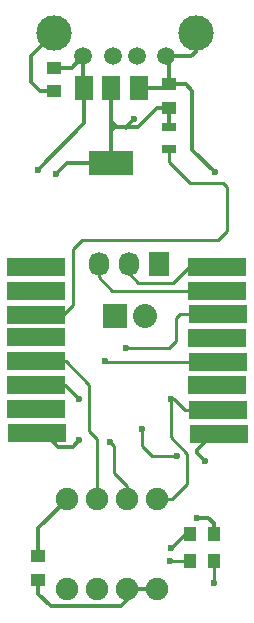
<source format=gbr>
G04 #@! TF.FileFunction,Copper,L1,Top,Signal*
%FSLAX46Y46*%
G04 Gerber Fmt 4.6, Leading zero omitted, Abs format (unit mm)*
G04 Created by KiCad (PCBNEW 4.0.4-stable) date 12/16/16 21:33:44*
%MOMM*%
%LPD*%
G01*
G04 APERTURE LIST*
%ADD10C,0.100000*%
%ADD11C,1.501140*%
%ADD12C,2.999740*%
%ADD13R,3.800000X2.000000*%
%ADD14R,1.500000X2.000000*%
%ADD15R,1.250000X1.000000*%
%ADD16C,1.905000*%
%ADD17R,1.000000X1.250000*%
%ADD18R,2.032000X2.032000*%
%ADD19O,2.032000X2.032000*%
%ADD20R,1.727200X2.032000*%
%ADD21O,1.727200X2.032000*%
%ADD22R,1.300000X0.700000*%
%ADD23R,5.000000X1.500000*%
%ADD24C,0.600000*%
%ADD25C,0.300000*%
%ADD26C,0.250000*%
G04 APERTURE END LIST*
D10*
D11*
X154300000Y-59400000D03*
X151800000Y-59400000D03*
X149800000Y-59400000D03*
X147300000Y-59400000D03*
D12*
X156800000Y-57400000D03*
X144800000Y-57400000D03*
D13*
X149675000Y-68400000D03*
D14*
X149675000Y-62100000D03*
X147375000Y-62100000D03*
X151975000Y-62100000D03*
D15*
X144775000Y-60375000D03*
X144775000Y-62375000D03*
D16*
X145890000Y-104485000D03*
X148430000Y-104485000D03*
X150970000Y-104485000D03*
X153510000Y-104485000D03*
X153510000Y-96865000D03*
X150970000Y-96865000D03*
X148430000Y-96865000D03*
X145890000Y-96865000D03*
D17*
X156340000Y-102120000D03*
X158340000Y-102120000D03*
D15*
X154575000Y-63750000D03*
X154575000Y-61750000D03*
D17*
X158320000Y-99870000D03*
X156320000Y-99870000D03*
D15*
X143450000Y-103725000D03*
X143450000Y-101725000D03*
D18*
X149980000Y-81400000D03*
D19*
X152520000Y-81400000D03*
D20*
X153660000Y-76960000D03*
D21*
X151120000Y-76960000D03*
X148580000Y-76960000D03*
D22*
X154575000Y-67275000D03*
X154575000Y-65375000D03*
D23*
X158777000Y-91347400D03*
X158726200Y-89315400D03*
X158650000Y-87232600D03*
X158675400Y-85251400D03*
X158650000Y-83219400D03*
X158675400Y-81238200D03*
X158650000Y-79231600D03*
X143338900Y-91309300D03*
X143262700Y-89226500D03*
X143262700Y-87245300D03*
X143250000Y-85226000D03*
X143250000Y-83194000D03*
X143250000Y-81289000D03*
X143250000Y-79257000D03*
X143250000Y-77225000D03*
X158650000Y-77225000D03*
D24*
X156910000Y-98470000D03*
X157575000Y-93700000D03*
X158400000Y-69200000D03*
X154590000Y-102110000D03*
X151600000Y-64680000D03*
X146950000Y-91875000D03*
X144950000Y-69325000D03*
X158340000Y-103980000D03*
X155220000Y-93210000D03*
X152290000Y-90960000D03*
X154680000Y-88390000D03*
X150880000Y-84100000D03*
X149090000Y-85220000D03*
X146890000Y-88390000D03*
X149560000Y-92050000D03*
X143425000Y-69000000D03*
X154720000Y-101030000D03*
D25*
X158320000Y-98950000D02*
X157840000Y-98470000D01*
X157840000Y-98470000D02*
X156910000Y-98470000D01*
X158320000Y-99870000D02*
X158320000Y-98950000D01*
X158014400Y-91410000D02*
X158077000Y-91347400D01*
X155950000Y-61750000D02*
X154575000Y-61750000D01*
X154300000Y-59400000D02*
X156425000Y-59400000D01*
X156800000Y-59025000D02*
X156800000Y-57400000D01*
X156425000Y-59400000D02*
X156800000Y-59025000D01*
X154575000Y-61750000D02*
X154575000Y-59675000D01*
X154575000Y-59675000D02*
X154300000Y-59400000D01*
X151975000Y-62100000D02*
X154225000Y-62100000D01*
X154225000Y-62100000D02*
X154575000Y-61750000D01*
X144775000Y-62375000D02*
X143650000Y-62375000D01*
X142850000Y-59350000D02*
X144800000Y-57400000D01*
X142850000Y-61575000D02*
X142850000Y-59350000D01*
X143650000Y-62375000D02*
X142850000Y-61575000D01*
X150970000Y-104485000D02*
X153510000Y-104485000D01*
X150100000Y-105975000D02*
X150450000Y-105975000D01*
X150970000Y-105455000D02*
X150970000Y-104485000D01*
X150450000Y-105975000D02*
X150970000Y-105455000D01*
X143450000Y-103725000D02*
X143450000Y-104900000D01*
X144525000Y-105975000D02*
X150100000Y-105975000D01*
X150100000Y-105975000D02*
X150150000Y-105975000D01*
X143450000Y-104900000D02*
X144525000Y-105975000D01*
X158077000Y-91347400D02*
X158077000Y-91573000D01*
X158077000Y-91573000D02*
X156875000Y-92775000D01*
X156875000Y-93000000D02*
X157575000Y-93700000D01*
X156875000Y-92775000D02*
X156875000Y-93000000D01*
X156500000Y-62300000D02*
X155950000Y-61750000D01*
X156500000Y-67300000D02*
X156500000Y-62300000D01*
X158400000Y-69200000D02*
X156500000Y-67300000D01*
D26*
X154600000Y-102120000D02*
X156340000Y-102120000D01*
X154590000Y-102110000D02*
X154600000Y-102120000D01*
D25*
X150900000Y-65440000D02*
X150900000Y-65350000D01*
X150930000Y-65410000D02*
X150900000Y-65440000D01*
X150930000Y-65350000D02*
X150930000Y-65410000D01*
X151600000Y-64680000D02*
X150930000Y-65350000D01*
X149675000Y-68400000D02*
X145875000Y-68400000D01*
X145179600Y-92450000D02*
X144038900Y-91309300D01*
X146375000Y-92450000D02*
X145179600Y-92450000D01*
X146950000Y-91875000D02*
X146375000Y-92450000D01*
X145875000Y-68400000D02*
X144950000Y-69325000D01*
X149675000Y-65775000D02*
X149675000Y-65675000D01*
X149675000Y-65675000D02*
X150000000Y-65350000D01*
X150000000Y-65350000D02*
X150000000Y-65200000D01*
X150000000Y-65200000D02*
X149675000Y-64875000D01*
X151900000Y-65350000D02*
X150900000Y-65350000D01*
X150900000Y-65350000D02*
X150000000Y-65350000D01*
X150000000Y-65350000D02*
X149675000Y-65350000D01*
X149675000Y-62100000D02*
X149675000Y-64875000D01*
X149675000Y-64875000D02*
X149675000Y-65350000D01*
X149675000Y-65350000D02*
X149675000Y-65775000D01*
X149675000Y-65775000D02*
X149675000Y-68400000D01*
X154575000Y-63750000D02*
X153500000Y-63750000D01*
X153500000Y-63750000D02*
X151900000Y-65350000D01*
X154575000Y-65375000D02*
X154575000Y-63750000D01*
D26*
X158340000Y-103980000D02*
X158340000Y-102120000D01*
X151120000Y-76960000D02*
X151120000Y-77740000D01*
X151120000Y-77740000D02*
X151940000Y-78560000D01*
X151940000Y-78560000D02*
X154870000Y-78560000D01*
X154870000Y-78560000D02*
X156205000Y-77225000D01*
X156205000Y-77225000D02*
X157950000Y-77225000D01*
X148580000Y-76960000D02*
X148580000Y-78070000D01*
X149741600Y-79231600D02*
X157950000Y-79231600D01*
X148580000Y-78070000D02*
X149741600Y-79231600D01*
X153130000Y-93210000D02*
X155220000Y-93210000D01*
X152290000Y-92370000D02*
X153130000Y-93210000D01*
X152290000Y-90960000D02*
X152290000Y-92370000D01*
X143950000Y-81289000D02*
X145591000Y-81289000D01*
X145591000Y-81289000D02*
X146410000Y-80470000D01*
X146410000Y-80470000D02*
X146410000Y-75740000D01*
X146410000Y-75740000D02*
X147210000Y-74940000D01*
X147210000Y-74940000D02*
X158660000Y-74940000D01*
X158660000Y-74940000D02*
X159425000Y-74175000D01*
X154575000Y-68350000D02*
X154575000Y-67275000D01*
X159425000Y-74175000D02*
X159425000Y-70450000D01*
X159425000Y-70450000D02*
X159100000Y-70125000D01*
X159100000Y-70125000D02*
X156350000Y-70125000D01*
X156350000Y-70125000D02*
X154575000Y-68350000D01*
X154680000Y-88390000D02*
X154940000Y-88390000D01*
X155865400Y-89315400D02*
X158026200Y-89315400D01*
X154940000Y-88390000D02*
X155865400Y-89315400D01*
X153510000Y-96865000D02*
X154825000Y-96865000D01*
X154680000Y-91640000D02*
X154680000Y-88390000D01*
X156100000Y-93060000D02*
X154680000Y-91640000D01*
X156100000Y-95590000D02*
X156100000Y-93060000D01*
X154825000Y-96865000D02*
X156100000Y-95590000D01*
X157831600Y-89510000D02*
X158026200Y-89315400D01*
X153510000Y-96865000D02*
X153375000Y-96865000D01*
X153510000Y-96865000D02*
X153510000Y-96710000D01*
X155451800Y-81238200D02*
X157975400Y-81238200D01*
X155160000Y-81530000D02*
X155451800Y-81238200D01*
X155160000Y-83480000D02*
X155160000Y-81530000D01*
X154540000Y-84100000D02*
X155160000Y-83480000D01*
X150880000Y-84100000D02*
X154540000Y-84100000D01*
X149121400Y-85251400D02*
X157975400Y-85251400D01*
X149090000Y-85220000D02*
X149121400Y-85251400D01*
X150970000Y-96865000D02*
X150970000Y-95740000D01*
X146890000Y-88390000D02*
X145745300Y-87245300D01*
X149900000Y-92390000D02*
X149560000Y-92050000D01*
X149900000Y-94670000D02*
X149900000Y-92390000D01*
X150970000Y-95740000D02*
X149900000Y-94670000D01*
X145745300Y-87245300D02*
X143962700Y-87245300D01*
X150970000Y-96865000D02*
X150970000Y-96430000D01*
X144365300Y-87245300D02*
X143962700Y-87245300D01*
X144295300Y-87245300D02*
X143962700Y-87245300D01*
X148430000Y-96865000D02*
X148430000Y-91770000D01*
X145846000Y-85226000D02*
X143950000Y-85226000D01*
X147810000Y-87190000D02*
X145846000Y-85226000D01*
X147810000Y-91150000D02*
X147810000Y-87190000D01*
X148430000Y-91770000D02*
X147810000Y-91150000D01*
D25*
X147375000Y-62100000D02*
X147375000Y-65050000D01*
X147375000Y-65050000D02*
X143425000Y-69000000D01*
X147375000Y-62100000D02*
X147375000Y-62800000D01*
X144775000Y-60375000D02*
X146325000Y-60375000D01*
X146325000Y-60375000D02*
X147300000Y-59400000D01*
X147300000Y-59400000D02*
X147300000Y-62025000D01*
X147300000Y-62025000D02*
X147375000Y-62100000D01*
X145915000Y-97015000D02*
X145785000Y-97015000D01*
X145785000Y-97015000D02*
X143450000Y-99350000D01*
X143450000Y-99350000D02*
X143450000Y-101725000D01*
D26*
X154720000Y-101030000D02*
X155880000Y-99870000D01*
X155880000Y-99870000D02*
X156320000Y-99870000D01*
M02*

</source>
